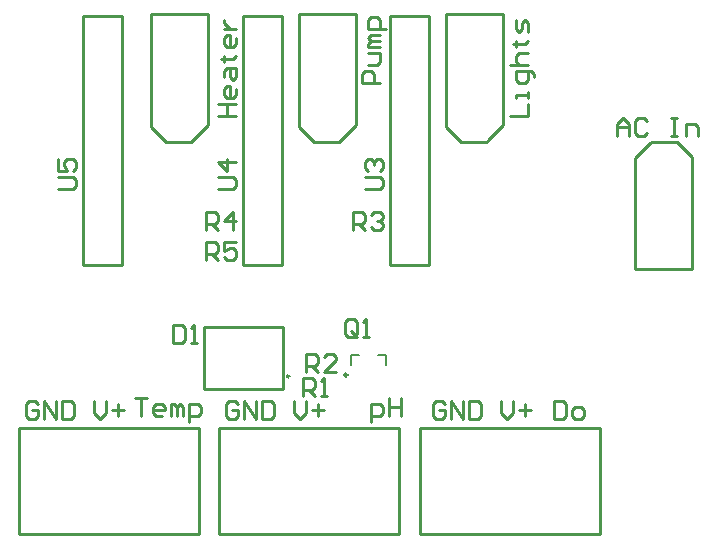
<source format=gto>
G04*
G04 #@! TF.GenerationSoftware,Altium Limited,CircuitMaker,2.2.0 (2.2.0.5)*
G04*
G04 Layer_Color=15132400*
%FSLAX25Y25*%
%MOIN*%
G70*
G04*
G04 #@! TF.SameCoordinates,81B0039B-3CC0-4BB0-BBFD-AD45440123D6*
G04*
G04*
G04 #@! TF.FilePolarity,Positive*
G04*
G01*
G75*
%ADD10C,0.00984*%
%ADD11C,0.01000*%
%ADD12C,0.00787*%
D10*
X248917Y173228D02*
G03*
X248917Y173228I-492J0D01*
G01*
D11*
X229528Y172835D02*
G03*
X229528Y172835I-394J0D01*
G01*
X276185Y210035D02*
Y293035D01*
X263185D02*
X276185D01*
X263185Y210035D02*
Y293035D01*
Y210035D02*
X276185D01*
X173823D02*
Y293035D01*
X160823D02*
X173823D01*
X160823Y210035D02*
Y293035D01*
Y210035D02*
X173823D01*
X226972D02*
Y293035D01*
X213972D02*
X226972D01*
X213972Y210035D02*
Y293035D01*
Y210035D02*
X226972D01*
X350331Y250972D02*
X358831D01*
X349831Y250472D02*
X350331Y250972D01*
X344831Y245472D02*
X349831Y250472D01*
X344831Y220972D02*
Y245472D01*
X358831Y250972D02*
X363831Y245972D01*
Y240472D02*
Y245972D01*
X344831Y208472D02*
X354331D01*
X344831D02*
Y220972D01*
X363831Y208472D02*
Y240472D01*
X354831Y208472D02*
X363831D01*
Y220472D02*
Y221972D01*
X354331Y208472D02*
X354831D01*
X273150Y120079D02*
X333150D01*
Y155512D01*
X273150D02*
X333150D01*
X273150Y120079D02*
Y155512D01*
X139291Y120079D02*
X199291D01*
Y155512D01*
X139291D02*
X199291D01*
X139291Y120079D02*
Y155512D01*
X206221Y120079D02*
X266220D01*
Y155512D01*
X206221D02*
X266220D01*
X206221Y120079D02*
Y155512D01*
X286839Y250996D02*
X295339D01*
X295839Y251496D01*
X300839Y256496D01*
Y280996D01*
X281839Y255996D02*
X286839Y250996D01*
X281839Y255996D02*
Y261496D01*
X291339Y293496D02*
X300839D01*
Y280996D02*
Y293496D01*
X281839Y261496D02*
Y293496D01*
X290839D01*
X281839Y279996D02*
Y281496D01*
X290839Y293496D02*
X291339D01*
X237626Y250996D02*
X246126D01*
X246626Y251496D01*
X251626Y256496D01*
Y280996D01*
X232626Y255996D02*
X237626Y250996D01*
X232626Y255996D02*
Y261496D01*
X242126Y293496D02*
X251626D01*
Y280996D02*
Y293496D01*
X232626Y261496D02*
Y293496D01*
X241626D01*
X232626Y279996D02*
Y281496D01*
X241626Y293496D02*
X242126D01*
X188413Y250996D02*
X196913D01*
X197413Y251496D01*
X202413Y256496D01*
Y280996D01*
X183413Y255996D02*
X188413Y250996D01*
X183413Y255996D02*
Y261496D01*
X192913Y293496D02*
X202413D01*
Y280996D02*
Y293496D01*
X183413Y261496D02*
Y293496D01*
X192413D01*
X183413Y279996D02*
Y281496D01*
X192413Y293496D02*
X192913D01*
X201181Y170079D02*
Y189370D01*
X227559Y170079D02*
X227559Y170079D01*
Y189370D01*
X201181D02*
X227559D01*
X201181Y168504D02*
X227559D01*
Y170079D01*
X201181Y168504D02*
Y170079D01*
X300120Y164416D02*
Y160418D01*
X302119Y158418D01*
X304118Y160418D01*
Y164416D01*
X306118Y161417D02*
X310117D01*
X308117Y163417D02*
Y159418D01*
X281434Y163417D02*
X280435Y164416D01*
X278435D01*
X277436Y163417D01*
Y159418D01*
X278435Y158418D01*
X280435D01*
X281434Y159418D01*
Y161417D01*
X279435D01*
X283434Y158418D02*
Y164416D01*
X287432Y158418D01*
Y164416D01*
X289432D02*
Y158418D01*
X292431D01*
X293430Y159418D01*
Y163417D01*
X292431Y164416D01*
X289432D01*
X231222D02*
Y160418D01*
X233221Y158418D01*
X235221Y160418D01*
Y164416D01*
X237220Y161417D02*
X241219D01*
X239219Y163417D02*
Y159418D01*
X212537Y163417D02*
X211537Y164416D01*
X209538D01*
X208538Y163417D01*
Y159418D01*
X209538Y158418D01*
X211537D01*
X212537Y159418D01*
Y161417D01*
X210537D01*
X214536Y158418D02*
Y164416D01*
X218535Y158418D01*
Y164416D01*
X220534D02*
Y158418D01*
X223533D01*
X224533Y159418D01*
Y163417D01*
X223533Y164416D01*
X220534D01*
X145608Y163417D02*
X144608Y164416D01*
X142609D01*
X141609Y163417D01*
Y159418D01*
X142609Y158418D01*
X144608D01*
X145608Y159418D01*
Y161417D01*
X143608D01*
X147607Y158418D02*
Y164416D01*
X151606Y158418D01*
Y164416D01*
X153605D02*
Y158418D01*
X156604D01*
X157604Y159418D01*
Y163417D01*
X156604Y164416D01*
X153605D01*
X164293D02*
Y160418D01*
X166292Y158418D01*
X168292Y160418D01*
Y164416D01*
X170291Y161417D02*
X174290D01*
X172290Y163417D02*
Y159418D01*
X338867Y252906D02*
Y256905D01*
X340866Y258905D01*
X342865Y256905D01*
Y252906D01*
Y255906D01*
X338867D01*
X348863Y257905D02*
X347864Y258905D01*
X345864D01*
X344865Y257905D01*
Y253906D01*
X345864Y252906D01*
X347864D01*
X348863Y253906D01*
X356861Y258905D02*
X358860D01*
X357860D01*
Y252906D01*
X356861D01*
X358860D01*
X361859D02*
Y256905D01*
X364858D01*
X365858Y255906D01*
Y252906D01*
X152513Y235159D02*
X157511D01*
X158511Y236159D01*
Y238158D01*
X157511Y239158D01*
X152513D01*
Y245156D02*
Y241157D01*
X155512D01*
X154512Y243157D01*
Y244156D01*
X155512Y245156D01*
X157511D01*
X158511Y244156D01*
Y242157D01*
X157511Y241157D01*
X205662Y235159D02*
X210661D01*
X211660Y236159D01*
Y238158D01*
X210661Y239158D01*
X205662D01*
X211660Y244156D02*
X205662D01*
X208661Y241157D01*
Y245156D01*
X254875Y235159D02*
X259873D01*
X260873Y236159D01*
Y238158D01*
X259873Y239158D01*
X254875D01*
X255875Y241157D02*
X254875Y242157D01*
Y244156D01*
X255875Y245156D01*
X256874D01*
X257874Y244156D01*
Y243157D01*
Y244156D01*
X258874Y245156D01*
X259873D01*
X260873Y244156D01*
Y242157D01*
X259873Y241157D01*
X177980Y165416D02*
X181979D01*
X179979D01*
Y159418D01*
X186977D02*
X184978D01*
X183978Y160418D01*
Y162417D01*
X184978Y163417D01*
X186977D01*
X187977Y162417D01*
Y161417D01*
X183978D01*
X189976Y159418D02*
Y163417D01*
X190976D01*
X191975Y162417D01*
Y159418D01*
Y162417D01*
X192975Y163417D01*
X193975Y162417D01*
Y159418D01*
X195974Y157419D02*
Y163417D01*
X198973D01*
X199973Y162417D01*
Y160418D01*
X198973Y159418D01*
X195974D01*
X201694Y211568D02*
Y217566D01*
X204694D01*
X205693Y216566D01*
Y214567D01*
X204694Y213567D01*
X201694D01*
X203694D02*
X205693Y211568D01*
X211691Y217566D02*
X207693D01*
Y214567D01*
X209692Y215567D01*
X210692D01*
X211691Y214567D01*
Y212568D01*
X210692Y211568D01*
X208692D01*
X207693Y212568D01*
X201694Y221410D02*
Y227409D01*
X204694D01*
X205693Y226409D01*
Y224410D01*
X204694Y223410D01*
X201694D01*
X203694D02*
X205693Y221410D01*
X210692D02*
Y227409D01*
X207693Y224410D01*
X211691D01*
X250907Y221410D02*
Y227409D01*
X253906D01*
X254906Y226409D01*
Y224410D01*
X253906Y223410D01*
X250907D01*
X252906D02*
X254906Y221410D01*
X256905Y226409D02*
X257905Y227409D01*
X259904D01*
X260904Y226409D01*
Y225409D01*
X259904Y224410D01*
X258905D01*
X259904D01*
X260904Y223410D01*
Y222410D01*
X259904Y221410D01*
X257905D01*
X256905Y222410D01*
X235159Y174166D02*
Y180164D01*
X238158D01*
X239158Y179165D01*
Y177165D01*
X238158Y176166D01*
X235159D01*
X237158D02*
X239158Y174166D01*
X245156D02*
X241157D01*
X245156Y178165D01*
Y179165D01*
X244156Y180164D01*
X242157D01*
X241157Y179165D01*
X234190Y166292D02*
Y172290D01*
X237189D01*
X238189Y171291D01*
Y169291D01*
X237189Y168292D01*
X234190D01*
X236190D02*
X238189Y166292D01*
X240188D02*
X242188D01*
X241188D01*
Y172290D01*
X240188Y171291D01*
X251969Y186977D02*
Y190976D01*
X250969Y191975D01*
X248970D01*
X247970Y190976D01*
Y186977D01*
X248970Y185977D01*
X250969D01*
X249969Y187977D02*
X251969Y185977D01*
X250969D02*
X251969Y186977D01*
X253968Y185977D02*
X255967D01*
X254967D01*
Y191975D01*
X253968Y190976D01*
X256813Y157419D02*
Y163417D01*
X259812D01*
X260811Y162417D01*
Y160418D01*
X259812Y159418D01*
X256813D01*
X262811Y165416D02*
Y159418D01*
Y162417D01*
X266809D01*
Y165416D01*
Y159418D01*
X205662Y259596D02*
X211660D01*
X208661D01*
Y263594D01*
X205662D01*
X211660D01*
Y268593D02*
Y266594D01*
X210661Y265594D01*
X208661D01*
X207662Y266594D01*
Y268593D01*
X208661Y269592D01*
X209661D01*
Y265594D01*
X207662Y272591D02*
Y274591D01*
X208661Y275591D01*
X211660D01*
Y272591D01*
X210661Y271592D01*
X209661Y272591D01*
Y275591D01*
X206662Y278590D02*
X207662D01*
Y277590D01*
Y279589D01*
Y278590D01*
X210661D01*
X211660Y279589D01*
Y285587D02*
Y283588D01*
X210661Y282588D01*
X208661D01*
X207662Y283588D01*
Y285587D01*
X208661Y286587D01*
X209661D01*
Y282588D01*
X207662Y288586D02*
X211660D01*
X209661D01*
X208661Y289586D01*
X207662Y290586D01*
Y291585D01*
X259873Y270500D02*
X253875D01*
Y273499D01*
X254875Y274498D01*
X256874D01*
X257874Y273499D01*
Y270500D01*
X255875Y276498D02*
X258874D01*
X259873Y277497D01*
Y280496D01*
X255875D01*
X259873Y282496D02*
X255875D01*
Y283495D01*
X256874Y284495D01*
X259873D01*
X256874D01*
X255875Y285495D01*
X256874Y286494D01*
X259873D01*
X261873Y288494D02*
X255875D01*
Y291493D01*
X256874Y292493D01*
X258874D01*
X259873Y291493D01*
Y288494D01*
X303088Y259596D02*
X309086D01*
Y263594D01*
Y265594D02*
Y267593D01*
Y266594D01*
X305087D01*
Y265594D01*
X311085Y272591D02*
Y273591D01*
X310086Y274591D01*
X305087D01*
Y271592D01*
X306087Y270592D01*
X308086D01*
X309086Y271592D01*
Y274591D01*
X303088Y276590D02*
X309086D01*
X306087D01*
X305087Y277590D01*
Y279589D01*
X306087Y280589D01*
X309086D01*
X304088Y283588D02*
X305087D01*
Y282588D01*
Y284588D01*
Y283588D01*
X308086D01*
X309086Y284588D01*
Y287587D02*
Y290586D01*
X308086Y291585D01*
X307087Y290586D01*
Y288586D01*
X306087Y287587D01*
X305087Y288586D01*
Y291585D01*
X317836Y164416D02*
Y158418D01*
X320835D01*
X321835Y159418D01*
Y163417D01*
X320835Y164416D01*
X317836D01*
X324834Y158418D02*
X326833D01*
X327833Y159418D01*
Y161417D01*
X326833Y162417D01*
X324834D01*
X323834Y161417D01*
Y159418D01*
X324834Y158418D01*
X190883Y190007D02*
Y184009D01*
X193882D01*
X194882Y185009D01*
Y189007D01*
X193882Y190007D01*
X190883D01*
X196881Y184009D02*
X198881D01*
X197881D01*
Y190007D01*
X196881Y189007D01*
D12*
X250157Y176516D02*
Y179724D01*
X252756D01*
X261653Y176516D02*
Y179724D01*
X259055D02*
X261653D01*
M02*

</source>
